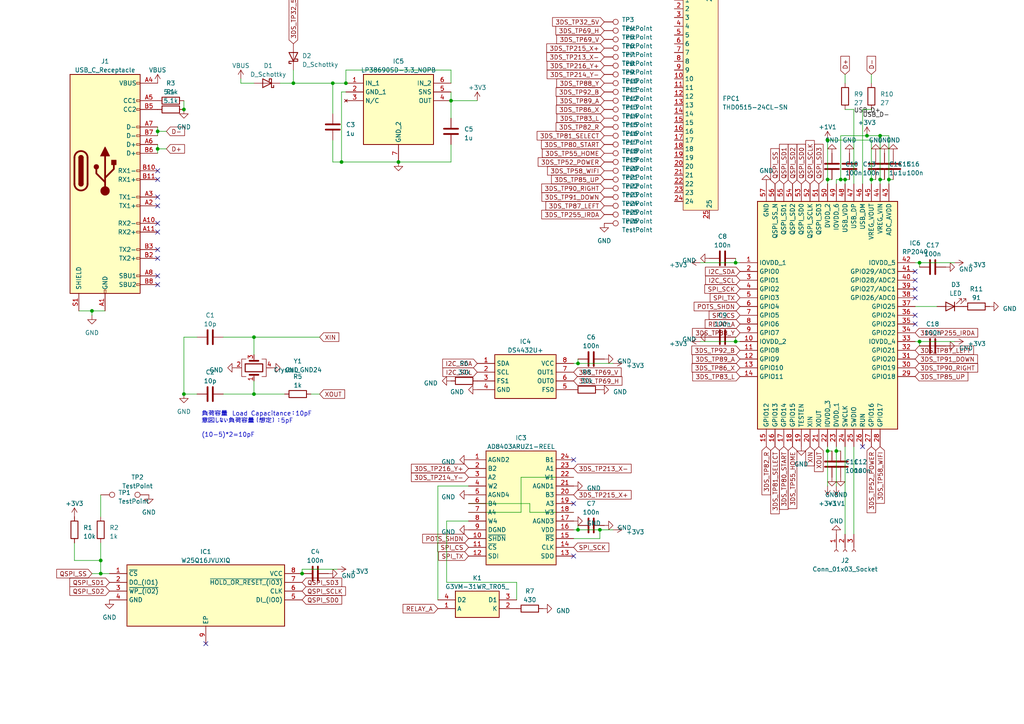
<source format=kicad_sch>
(kicad_sch (version 20230121) (generator eeschema)
  (paper "A4")
  (junction (at 115.57 46.99))
  (junction (at 96.52 24.13))
  (junction (at 99.06 46.99))
  (junction (at 242.57 130.81))
  (junction (at 255.27 52.07))
  (junction (at 130.81 29.21))
  (junction (at 252.73 52.07))
  (junction (at 53.34 31.75))
  (junction (at 29.21 166.37))
  (junction (at 251.46 39.37))
  (junction (at 240.03 52.07))
  (junction (at 73.66 97.79))
  (junction (at 100.33 24.13))
  (junction (at 45.72 38.1))
  (junction (at 85.09 24.13))
  (junction (at 213.36 99.06))
  (junction (at 73.66 114.3))
  (junction (at 173.99 153.67))
  (junction (at 266.7 76.2))
  (junction (at 240.03 40.64))
  (junction (at 26.67 90.17))
  (junction (at 167.64 105.41))
  (junction (at 213.36 76.2))
  (junction (at 29.21 162.56))
  (junction (at 255.27 39.37))
  (junction (at 240.03 130.81))
  (junction (at 167.64 153.67))
  (junction (at 87.63 166.37))
  (junction (at 245.11 52.07))
  (junction (at 266.7 99.06))
  (junction (at 257.81 52.07))
  (junction (at 243.84 52.07))
  (junction (at 45.72 43.18))
  (junction (at 53.34 114.3))
  (no_connect (at 45.72 52.07))
  (no_connect (at 265.43 83.82))
  (no_connect (at 45.72 49.53))
  (no_connect (at 265.43 86.36))
  (no_connect (at 45.72 57.15))
  (no_connect (at 45.72 72.39))
  (no_connect (at 45.72 59.69))
  (no_connect (at 166.37 146.05))
  (no_connect (at 265.43 81.28))
  (no_connect (at 45.72 82.55))
  (no_connect (at 45.72 64.77))
  (no_connect (at 265.43 91.44))
  (no_connect (at 265.43 93.98))
  (no_connect (at 59.69 186.69))
  (no_connect (at 166.37 161.29))
  (no_connect (at 45.72 67.31))
  (no_connect (at 166.37 133.35))
  (no_connect (at 45.72 80.01))
  (no_connect (at 250.19 129.54))
  (no_connect (at 45.72 74.93))
  (no_connect (at 265.43 78.74))
  (wire (pts (xy 166.37 105.41) (xy 167.64 105.41)))
  (wire (pts (xy 242.57 130.81) (xy 243.84 130.81)))
  (wire (pts (xy 135.89 140.97) (xy 127 140.97)))
  (wire (pts (xy 245.11 52.07) (xy 246.38 52.07)))
  (wire (pts (xy 149.86 168.91) (xy 149.86 173.99)))
  (wire (pts (xy 29.21 162.56) (xy 29.21 166.37)))
  (wire (pts (xy 245.11 129.54) (xy 245.11 154.94)))
  (wire (pts (xy 130.81 46.99) (xy 115.57 46.99)))
  (wire (pts (xy 245.11 21.59) (xy 245.11 24.13)))
  (wire (pts (xy 252.73 52.07) (xy 252.73 40.64)))
  (wire (pts (xy 73.66 97.79) (xy 92.71 97.79)))
  (wire (pts (xy 45.72 43.18) (xy 45.72 44.45)))
  (wire (pts (xy 257.81 53.34) (xy 257.81 52.07)))
  (wire (pts (xy 100.33 26.67) (xy 99.06 26.67)))
  (wire (pts (xy 64.77 114.3) (xy 73.66 114.3)))
  (wire (pts (xy 257.81 52.07) (xy 259.08 52.07)))
  (wire (pts (xy 85.09 24.13) (xy 96.52 24.13)))
  (wire (pts (xy 87.63 165.1) (xy 97.79 165.1)))
  (wire (pts (xy 48.26 38.1) (xy 45.72 38.1)))
  (wire (pts (xy 96.52 46.99) (xy 99.06 46.99)))
  (wire (pts (xy 64.77 97.79) (xy 73.66 97.79)))
  (wire (pts (xy 265.43 76.2) (xy 266.7 76.2)))
  (wire (pts (xy 48.26 43.18) (xy 45.72 43.18)))
  (wire (pts (xy 251.46 39.37) (xy 243.84 39.37)))
  (wire (pts (xy 265.43 88.9) (xy 271.78 88.9)))
  (wire (pts (xy 166.37 153.67) (xy 167.64 153.67)))
  (wire (pts (xy 45.72 36.83) (xy 45.72 38.1)))
  (wire (pts (xy 29.21 157.48) (xy 29.21 162.56)))
  (wire (pts (xy 22.86 90.17) (xy 26.67 90.17)))
  (wire (pts (xy 130.81 41.91) (xy 130.81 46.99)))
  (wire (pts (xy 26.67 90.17) (xy 30.48 90.17)))
  (wire (pts (xy 130.81 20.32) (xy 130.81 24.13)))
  (wire (pts (xy 166.37 138.43) (xy 151.13 138.43)))
  (wire (pts (xy 251.46 39.37) (xy 255.27 39.37)))
  (wire (pts (xy 153.67 146.05) (xy 153.67 148.59)))
  (wire (pts (xy 173.99 153.67) (xy 177.8 153.67)))
  (wire (pts (xy 245.11 52.07) (xy 245.11 53.34)))
  (wire (pts (xy 167.64 153.67) (xy 167.64 152.4)))
  (wire (pts (xy 129.54 168.91) (xy 149.86 168.91)))
  (wire (pts (xy 130.81 26.67) (xy 130.81 29.21)))
  (wire (pts (xy 257.81 39.37) (xy 257.81 52.07)))
  (wire (pts (xy 57.15 97.79) (xy 53.34 97.79)))
  (wire (pts (xy 255.27 39.37) (xy 257.81 39.37)))
  (wire (pts (xy 240.03 53.34) (xy 240.03 52.07)))
  (wire (pts (xy 53.34 114.3) (xy 57.15 114.3)))
  (wire (pts (xy 240.03 130.81) (xy 240.03 140.97)))
  (wire (pts (xy 177.8 105.41) (xy 167.64 105.41)))
  (wire (pts (xy 247.65 129.54) (xy 247.65 154.94)))
  (wire (pts (xy 252.73 21.59) (xy 252.73 24.13)))
  (wire (pts (xy 99.06 46.99) (xy 115.57 46.99)))
  (wire (pts (xy 167.64 105.41) (xy 167.64 104.14)))
  (wire (pts (xy 96.52 24.13) (xy 96.52 33.02)))
  (wire (pts (xy 213.36 76.2) (xy 214.63 76.2)))
  (wire (pts (xy 213.36 74.93) (xy 213.36 76.2)))
  (wire (pts (xy 243.84 39.37) (xy 243.84 52.07)))
  (wire (pts (xy 213.36 99.06) (xy 213.36 97.79)))
  (wire (pts (xy 29.21 143.51) (xy 29.21 149.86)))
  (wire (pts (xy 240.03 40.64) (xy 252.73 40.64)))
  (wire (pts (xy 45.72 41.91) (xy 45.72 43.18)))
  (wire (pts (xy 276.86 76.2) (xy 266.7 76.2)))
  (wire (pts (xy 29.21 166.37) (xy 31.75 166.37)))
  (wire (pts (xy 21.59 162.56) (xy 29.21 162.56)))
  (wire (pts (xy 100.33 24.13) (xy 100.33 20.32)))
  (wire (pts (xy 73.66 114.3) (xy 82.55 114.3)))
  (wire (pts (xy 26.67 166.37) (xy 29.21 166.37)))
  (wire (pts (xy 242.57 53.34) (xy 242.57 52.07)))
  (wire (pts (xy 203.2 76.2) (xy 213.36 76.2)))
  (wire (pts (xy 87.63 165.1) (xy 87.63 166.37)))
  (wire (pts (xy 173.99 156.21) (xy 173.99 153.67)))
  (wire (pts (xy 252.73 53.34) (xy 252.73 52.07)))
  (wire (pts (xy 53.34 29.21) (xy 53.34 31.75)))
  (wire (pts (xy 266.7 99.06) (xy 266.7 100.33)))
  (wire (pts (xy 21.59 157.48) (xy 21.59 162.56)))
  (wire (pts (xy 153.67 148.59) (xy 166.37 148.59)))
  (wire (pts (xy 240.03 52.07) (xy 241.3 52.07)))
  (wire (pts (xy 130.81 29.21) (xy 130.81 34.29)))
  (wire (pts (xy 240.03 40.64) (xy 240.03 52.07)))
  (wire (pts (xy 81.28 24.13) (xy 85.09 24.13)))
  (wire (pts (xy 242.57 52.07) (xy 243.84 52.07)))
  (wire (pts (xy 252.73 52.07) (xy 254 52.07)))
  (wire (pts (xy 26.67 91.44) (xy 26.67 90.17)))
  (wire (pts (xy 203.2 99.06) (xy 213.36 99.06)))
  (wire (pts (xy 255.27 39.37) (xy 255.27 52.07)))
  (wire (pts (xy 250.19 53.34) (xy 250.19 31.75)))
  (wire (pts (xy 245.11 31.75) (xy 247.65 31.75)))
  (wire (pts (xy 255.27 53.34) (xy 255.27 52.07)))
  (wire (pts (xy 276.86 99.06) (xy 266.7 99.06)))
  (wire (pts (xy 73.66 97.79) (xy 73.66 102.87)))
  (wire (pts (xy 69.85 24.13) (xy 73.66 24.13)))
  (wire (pts (xy 166.37 156.21) (xy 173.99 156.21)))
  (wire (pts (xy 85.09 20.32) (xy 85.09 24.13)))
  (wire (pts (xy 135.89 151.13) (xy 129.54 151.13)))
  (wire (pts (xy 53.34 97.79) (xy 53.34 114.3)))
  (wire (pts (xy 242.57 130.81) (xy 242.57 140.97)))
  (wire (pts (xy 242.57 130.81) (xy 242.57 129.54)))
  (wire (pts (xy 73.66 110.49) (xy 73.66 114.3)))
  (wire (pts (xy 167.64 153.67) (xy 173.99 153.67)))
  (wire (pts (xy 92.71 114.3) (xy 90.17 114.3)))
  (wire (pts (xy 266.7 76.2) (xy 266.7 77.47)))
  (wire (pts (xy 151.13 138.43) (xy 151.13 148.59)))
  (wire (pts (xy 214.63 99.06) (xy 213.36 99.06)))
  (wire (pts (xy 129.54 151.13) (xy 129.54 168.91)))
  (wire (pts (xy 151.13 148.59) (xy 135.89 148.59)))
  (wire (pts (xy 243.84 52.07) (xy 245.11 52.07)))
  (wire (pts (xy 255.27 52.07) (xy 256.54 52.07)))
  (wire (pts (xy 130.81 29.21) (xy 138.43 29.21)))
  (wire (pts (xy 265.43 99.06) (xy 266.7 99.06)))
  (wire (pts (xy 69.85 22.86) (xy 69.85 24.13)))
  (wire (pts (xy 240.03 130.81) (xy 241.3 130.81)))
  (wire (pts (xy 250.19 31.75) (xy 252.73 31.75)))
  (wire (pts (xy 247.65 31.75) (xy 247.65 53.34)))
  (wire (pts (xy 100.33 20.32) (xy 130.81 20.32)))
  (wire (pts (xy 45.72 38.1) (xy 45.72 39.37)))
  (wire (pts (xy 135.89 146.05) (xy 153.67 146.05)))
  (wire (pts (xy 240.03 129.54) (xy 240.03 130.81)))
  (wire (pts (xy 96.52 40.64) (xy 96.52 46.99)))
  (wire (pts (xy 127 140.97) (xy 127 173.99)))
  (wire (pts (xy 96.52 24.13) (xy 100.33 24.13)))
  (wire (pts (xy 99.06 26.67) (xy 99.06 46.99)))
  (text "負荷容量　Load Capacitance：10pF\n意図しない負荷容量（想定）：5pF\n\n(10-5)*2=10pF" (at 58.42 127 0) (effects (font (size 1.27 1.27)) (justify left bottom)))
  (label "USB_D-" (at 250.19 34.29 0))
  (label "USB_D+" (at 247.65 33.02 0))
  (global_label "3DS_TP215_X+" (shape input) (at 166.37 143.51 0) (property "Intersheetrefs" "${INTERSHEET_REFS}" (effects hide)))
  (global_label "QSPI_SD2" (shape input) (at 229.87 53.34 90) (property "Intersheetrefs" "${INTERSHEET_REFS}" (effects hide)))
  (global_label "I2C_SDA" (shape input) (at 214.63 78.74 180) (property "Intersheetrefs" "${INTERSHEET_REFS}" (effects hide)))
  (global_label "XIN" (shape input) (at 92.71 97.79 0) (property "Intersheetrefs" "${INTERSHEET_REFS}" (effects hide)))
  (global_label "3DS_TP90_RIGHT" (shape input) (at 265.43 106.68 0) (property "Intersheetrefs" "${INTERSHEET_REFS}" (effects hide)))
  (global_label "SPI_CS" (shape input) (at 214.63 91.44 180) (property "Intersheetrefs" "${INTERSHEET_REFS}" (effects hide)))
  (global_label "3DS_TP88_Y" (shape input) (at 175.26 24.13 180) (property "Intersheetrefs" "${INTERSHEET_REFS}" (effects hide)))
  (global_label "SPI_SCK" (shape input) (at 214.63 83.82 180) (property "Intersheetrefs" "${INTERSHEET_REFS}" (effects hide)))
  (global_label "3DS_TP216_Y+" (shape input) (at 175.26 19.05 180) (property "Intersheetrefs" "${INTERSHEET_REFS}" (effects hide)))
  (global_label "RELAY_A" (shape input) (at 127 176.53 180) (property "Intersheetrefs" "${INTERSHEET_REFS}" (effects hide)))
  (global_label "QSPI_SCLK" (shape input) (at 234.95 53.34 90) (property "Intersheetrefs" "${INTERSHEET_REFS}" (effects hide)))
  (global_label "3DS_TP82_R" (shape input) (at 175.26 36.83 180) (property "Intersheetrefs" "${INTERSHEET_REFS}" (effects hide)))
  (global_label "I2C_SCL" (shape input) (at 214.63 81.28 180) (property "Intersheetrefs" "${INTERSHEET_REFS}" (effects hide)))
  (global_label "POTS_SHDN" (shape input) (at 135.89 156.21 180) (property "Intersheetrefs" "${INTERSHEET_REFS}" (effects hide)))
  (global_label "QSPI_SD3" (shape input) (at 237.49 53.34 90) (property "Intersheetrefs" "${INTERSHEET_REFS}" (effects hide)))
  (global_label "XOUT" (shape input) (at 237.49 129.54 270) (property "Intersheetrefs" "${INTERSHEET_REFS}" (effects hide)))
  (global_label "3DS_TP83_L" (shape input) (at 214.63 109.22 180) (property "Intersheetrefs" "${INTERSHEET_REFS}" (effects hide)))
  (global_label "XIN" (shape input) (at 234.95 129.54 270) (property "Intersheetrefs" "${INTERSHEET_REFS}" (effects hide)))
  (global_label "QSPI_SD0" (shape input) (at 87.63 173.99 0) (property "Intersheetrefs" "${INTERSHEET_REFS}" (effects hide)))
  (global_label "3DS_TP81_SELECT" (shape input) (at 175.26 39.37 180) (property "Intersheetrefs" "${INTERSHEET_REFS}" (effects hide)))
  (global_label "3DS_TP52_POWER" (shape input) (at 175.26 46.99 180) (property "Intersheetrefs" "${INTERSHEET_REFS}" (effects hide)))
  (global_label "3DS_TP83_L" (shape input) (at 175.26 34.29 180) (property "Intersheetrefs" "${INTERSHEET_REFS}" (effects hide)))
  (global_label "3DS_TP82_R" (shape input) (at 222.25 129.54 270) (property "Intersheetrefs" "${INTERSHEET_REFS}" (effects hide)))
  (global_label "3DS_TP87_LEFT" (shape input) (at 265.43 101.6 0) (property "Intersheetrefs" "${INTERSHEET_REFS}" (effects hide)))
  (global_label "QSPI_SD0" (shape input) (at 232.41 53.34 90) (property "Intersheetrefs" "${INTERSHEET_REFS}" (effects hide)))
  (global_label "QSPI_SCLK" (shape input) (at 87.63 171.45 0) (property "Intersheetrefs" "${INTERSHEET_REFS}" (effects hide)))
  (global_label "D+" (shape input) (at 48.26 43.18 0) (property "Intersheetrefs" "${INTERSHEET_REFS}" (effects hide)))
  (global_label "3DS_TP86_X" (shape input) (at 175.26 31.75 180) (property "Intersheetrefs" "${INTERSHEET_REFS}" (effects hide)))
  (global_label "3DS_TP32_5V" (shape input) (at 85.09 12.7 90) (property "Intersheetrefs" "${INTERSHEET_REFS}" (effects hide)))
  (global_label "QSPI_SD1" (shape input) (at 31.75 168.91 180) (property "Intersheetrefs" "${INTERSHEET_REFS}" (effects hide)))
  (global_label "3DS_TP214_Y-" (shape input) (at 135.89 138.43 180) (property "Intersheetrefs" "${INTERSHEET_REFS}" (effects hide)))
  (global_label "3DS_TP91_DOWN" (shape input) (at 175.26 57.15 180) (property "Intersheetrefs" "${INTERSHEET_REFS}" (effects hide)))
  (global_label "D-" (shape input) (at 48.26 38.1 0) (property "Intersheetrefs" "${INTERSHEET_REFS}" (effects hide)))
  (global_label "QSPI_SD2" (shape input) (at 31.75 171.45 180) (property "Intersheetrefs" "${INTERSHEET_REFS}" (effects hide)))
  (global_label "3DS_TP81_SELECT" (shape input) (at 224.79 129.54 270) (property "Intersheetrefs" "${INTERSHEET_REFS}" (effects hide)))
  (global_label "3DS_TP215_X+" (shape input) (at 175.26 13.97 180) (property "Intersheetrefs" "${INTERSHEET_REFS}" (effects hide)))
  (global_label "QSPI_SS" (shape input) (at 26.67 166.37 180) (property "Intersheetrefs" "${INTERSHEET_REFS}" (effects hide)))
  (global_label "3DS_TP89_A" (shape input) (at 214.63 104.14 180) (property "Intersheetrefs" "${INTERSHEET_REFS}" (effects hide)))
  (global_label "3DS_TP58_WIFI" (shape input) (at 175.26 49.53 180) (property "Intersheetrefs" "${INTERSHEET_REFS}" (effects hide)))
  (global_label "3DS_TP214_Y-" (shape input) (at 175.26 21.59 180) (property "Intersheetrefs" "${INTERSHEET_REFS}" (effects hide)))
  (global_label "D+" (shape input) (at 245.11 21.59 90) (property "Intersheetrefs" "${INTERSHEET_REFS}" (effects hide)))
  (global_label "3DS_TP88_Y" (shape input) (at 214.63 96.52 180) (property "Intersheetrefs" "${INTERSHEET_REFS}" (effects hide)))
  (global_label "3DS_TP69_V" (shape input) (at 175.26 11.43 180) (property "Intersheetrefs" "${INTERSHEET_REFS}" (effects hide)))
  (global_label "POTS_SHDN" (shape input) (at 214.63 88.9 180) (property "Intersheetrefs" "${INTERSHEET_REFS}" (effects hide)))
  (global_label "3DS_TP92_B" (shape input) (at 175.26 26.67 180) (property "Intersheetrefs" "${INTERSHEET_REFS}" (effects hide)))
  (global_label "QSPI_SS" (shape input) (at 224.79 53.34 90) (property "Intersheetrefs" "${INTERSHEET_REFS}" (effects hide)))
  (global_label "3DS_TP255_IRDA" (shape input) (at 265.43 96.52 0) (property "Intersheetrefs" "${INTERSHEET_REFS}" (effects hide)))
  (global_label "QSPI_SD1" (shape input) (at 227.33 53.34 90) (property "Intersheetrefs" "${INTERSHEET_REFS}" (effects hide)))
  (global_label "I2C_SDA" (shape input) (at 138.43 105.41 180) (property "Intersheetrefs" "${INTERSHEET_REFS}" (effects hide)))
  (global_label "SPI_SCK" (shape input) (at 166.37 158.75 0) (property "Intersheetrefs" "${INTERSHEET_REFS}" (effects hide)))
  (global_label "QSPI_SD3" (shape input) (at 87.63 168.91 0) (property "Intersheetrefs" "${INTERSHEET_REFS}" (effects hide)))
  (global_label "3DS_TP69_H" (shape input) (at 175.26 8.89 180) (property "Intersheetrefs" "${INTERSHEET_REFS}" (effects hide)))
  (global_label "3DS_TP255_IRDA" (shape input) (at 175.26 62.23 180) (property "Intersheetrefs" "${INTERSHEET_REFS}" (effects hide)))
  (global_label "3DS_TP86_X" (shape input) (at 214.63 106.68 180) (property "Intersheetrefs" "${INTERSHEET_REFS}" (effects hide)))
  (global_label "3DS_TP89_A" (shape input) (at 175.26 29.21 180) (property "Intersheetrefs" "${INTERSHEET_REFS}" (effects hide)))
  (global_label "3DS_TP55_HOME" (shape input) (at 229.87 129.54 270) (property "Intersheetrefs" "${INTERSHEET_REFS}" (effects hide)))
  (global_label "I2C_SCL" (shape input) (at 138.43 107.95 180) (property "Intersheetrefs" "${INTERSHEET_REFS}" (effects hide)))
  (global_label "SPI_TX" (shape input) (at 214.63 86.36 180) (property "Intersheetrefs" "${INTERSHEET_REFS}" (effects hide)))
  (global_label "3DS_TP85_UP" (shape input) (at 175.26 52.07 180) (property "Intersheetrefs" "${INTERSHEET_REFS}" (effects hide)))
  (global_label "3DS_TP69_V" (shape input) (at 166.37 107.95 0) (property "Intersheetrefs" "${INTERSHEET_REFS}" (effects hide)))
  (global_label "3DS_TP92_B" (shape input) (at 214.63 101.6 180) (property "Intersheetrefs" "${INTERSHEET_REFS}" (effects hide)))
  (global_label "3DS_TP90_RIGHT" (shape input) (at 175.26 54.61 180) (property "Intersheetrefs" "${INTERSHEET_REFS}" (effects hide)))
  (global_label "3DS_TP85_UP" (shape input) (at 265.43 109.22 0) (property "Intersheetrefs" "${INTERSHEET_REFS}" (effects hide)))
  (global_label "XOUT" (shape input) (at 92.71 114.3 0) (property "Intersheetrefs" "${INTERSHEET_REFS}" (effects hide)))
  (global_label "3DS_TP80_START" (shape input) (at 175.26 41.91 180) (property "Intersheetrefs" "${INTERSHEET_REFS}" (effects hide)))
  (global_label "3DS_TP87_LEFT" (shape input) (at 175.26 59.69 180) (property "Intersheetrefs" "${INTERSHEET_REFS}" (effects hide)))
  (global_label "3DS_TP52_POWER" (shape input) (at 252.73 129.54 270) (property "Intersheetrefs" "${INTERSHEET_REFS}" (effects hide)))
  (global_label "SPI_CS" (shape input) (at 135.89 158.75 180) (property "Intersheetrefs" "${INTERSHEET_REFS}" (effects hide)))
  (global_label "3DS_TP216_Y+" (shape input) (at 135.89 135.89 180) (property "Intersheetrefs" "${INTERSHEET_REFS}" (effects hide)))
  (global_label "D-" (shape input) (at 252.73 21.59 90) (property "Intersheetrefs" "${INTERSHEET_REFS}" (effects hide)))
  (global_label "3DS_TP213_X-" (shape input) (at 166.37 135.89 0) (property "Intersheetrefs" "${INTERSHEET_REFS}" (effects hide)))
  (global_label "SPI_TX" (shape input) (at 135.89 161.29 180) (property "Intersheetrefs" "${INTERSHEET_REFS}" (effects hide)))
  (global_label "3DS_TP32_5V" (shape input) (at 175.26 6.35 180) (property "Intersheetrefs" "${INTERSHEET_REFS}" (effects hide)))
  (global_label "3DS_TP55_HOME" (shape input) (at 175.26 44.45 180) (property "Intersheetrefs" "${INTERSHEET_REFS}" (effects hide)))
  (global_label "3DS_TP58_WIFI" (shape input) (at 255.27 129.54 270) (property "Intersheetrefs" "${INTERSHEET_REFS}" (effects hide)))
  (global_label "RELAY_A" (shape input) (at 214.63 93.98 180) (property "Intersheetrefs" "${INTERSHEET_REFS}" (effects hide)))
  (global_label "3DS_TP69_H" (shape input) (at 166.37 110.49 0) (property "Intersheetrefs" "${INTERSHEET_REFS}" (effects hide)))
  (global_label "3DS_TP80_START" (shape input) (at 227.33 129.54 270) (property "Intersheetrefs" "${INTERSHEET_REFS}" (effects hide)))
  (global_label "3DS_TP213_X-" (shape input) (at 175.26 16.51 180) (property "Intersheetrefs" "${INTERSHEET_REFS}" (effects hide)))
  (global_label "3DS_TP91_DOWN" (shape input) (at 265.43 104.14 0) (property "Intersheetrefs" "${INTERSHEET_REFS}" (effects hide)))
  (symbol (lib_id "power:+3V3") (at 203.2 76.2 90) (unit 1)
    (property "Reference" "#PWR031" (effects hide))
    (property "Value" "+3V3" (at 199.39 76.835 90) (effects (justify left)))
  )
  (symbol (lib_id "Device:R") (at 170.18 113.03 90) (unit 1)
    (property "Reference" "R8" (at 170.18 107.95 90))
    (property "Value" "30k" (at 170.18 110.49 90))
    (property "Footprint" "Resistor_SMD:R_0402_1005Metric" (effects hide))
    (property "LCSC" "C144716" (effects hide))
  )
  (symbol (lib_id "Device:C") (at 246.38 48.26 0) (unit 1)
    (property "Reference" "C13" (at 250.19 47.625 0) (effects (justify left)))
    (property "Value" "100n" (at 250.19 50.165 0) (effects (justify left)))
    (property "Footprint" "Capacitor_SMD:C_0402_1005Metric" (effects hide))
    (property "LCSC" "C394158" (effects hide))
  )
  (symbol (lib_id "Connector:TestPoint") (at 29.21 143.51 270) (unit 1)
    (property "Reference" "TP1" (at 34.29 142.875 90) (effects (justify left)))
    (property "Value" "TestPoint" (at 34.29 145.415 90) (effects (justify left)))
    (property "Footprint" "TestPoint:TestPoint_Pad_1.0x1.0mm" (effects hide))
  )
  (symbol (lib_id "power:GND") (at 175.26 64.77 0) (unit 1)
    (property "Reference" "#PWR025" (effects hide))
    (property "Value" "GND" (at 175.26 69.85 0))
  )
  (symbol (lib_id "power:GND") (at 205.74 97.79 270) (unit 1)
    (property "Reference" "#PWR034" (effects hide))
    (property "Value" "GND" (at 201.93 98.425 90) (effects (justify right)))
  )
  (symbol (lib_id "power:+3V3") (at 251.46 39.37 0) (unit 1)
    (property "Reference" "#PWR044" (effects hide))
    (property "Value" "+3V3" (at 251.46 35.56 0))
  )
  (symbol (lib_id "power:GND") (at 53.34 31.75 0) (unit 1)
    (property "Reference" "#PWR06" (effects hide))
    (property "Value" "GND" (at 53.34 36.83 0))
  )
  (symbol (lib_id "Device:R") (at 245.11 27.94 180) (unit 1)
    (property "Reference" "R9" (at 247.65 27.305 0) (effects (justify right)))
    (property "Value" "27" (at 247.65 29.845 0) (effects (justify right)))
    (property "Footprint" "Resistor_SMD:R_0402_1005Metric" (effects hide))
    (property "LCSC" "C102938" (effects hide))
  )
  (symbol (lib_id "Device:C") (at 96.52 36.83 0) (unit 1)
    (property "Reference" "C3" (at 100.33 36.195 0) (effects (justify left)))
    (property "Value" "1u" (at 100.33 38.735 0) (effects (justify left)))
    (property "Footprint" "Capacitor_SMD:C_0402_1005Metric" (effects hide))
    (property "LCSC" "C412453" (effects hide))
  )
  (symbol (lib_id "power:GND") (at 138.43 113.03 270) (unit 1)
    (property "Reference" "#PWR020" (effects hide))
    (property "Value" "GND" (at 134.62 113.665 90) (effects (justify right)))
  )
  (symbol (lib_id "power:GND") (at 68.58 106.68 270) (unit 1)
    (property "Reference" "#PWR09" (effects hide))
    (property "Value" "GND" (at 64.77 107.315 90) (effects (justify right)))
  )
  (symbol (lib_id "Device:R") (at 49.53 31.75 90) (unit 1)
    (property "Reference" "R4" (at 49.53 26.67 90))
    (property "Value" "5.1k" (at 49.53 29.21 90))
    (property "Footprint" "Resistor_SMD:R_0402_1005Metric" (effects hide))
    (property "LCSC" "C138073" (effects hide))
  )
  (symbol (lib_id "Device:C") (at 259.08 48.26 0) (unit 1)
    (property "Reference" "C16" (at 262.89 47.625 0) (effects (justify left)))
    (property "Value" "100n" (at 262.89 50.165 0) (effects (justify left)))
    (property "Footprint" "Capacitor_SMD:C_0402_1005Metric" (effects hide))
    (property "LCSC" "C394158" (effects hide))
  )
  (symbol (lib_id "Connector:TestPoint") (at 175.26 26.67 270) (unit 1)
    (property "Reference" "TP11" (at 180.34 26.035 90) (effects (justify left)))
    (property "Value" "TestPoint" (at 180.34 28.575 90) (effects (justify left)))
    (property "Footprint" "TestPoint:TestPoint_Pad_D1.0mm" (effects hide))
  )
  (symbol (lib_id "power:+3V3") (at 177.8 153.67 270) (unit 1)
    (property "Reference" "#PWR030" (effects hide))
    (property "Value" "+3V3" (at 181.61 154.305 90) (effects (justify left)))
  )
  (symbol (lib_id "Device:R") (at 86.36 114.3 270) (unit 1)
    (property "Reference" "R5" (at 86.36 109.22 90))
    (property "Value" "1k" (at 86.36 111.76 90))
    (property "Footprint" "Resistor_SMD:R_0402_1005Metric" (effects hide))
    (property "LCSC" "C705665" (effects hide))
  )
  (symbol (lib_id "THD0515-24CL-SN:THD0515-24CL-SN") (at 200.66 30.48 0) (unit 1)
    (property "Reference" "FPC1" (at 209.55 28.575 0) (effects (justify left)))
    (property "Value" "THD0515-24CL-SN" (at 209.55 31.115 0) (effects (justify left)))
    (property "Footprint" "THD0515-24CL-SN:FPC-SMD_24P-P0.50_THD0515-24CL-SN" (effects hide))
    (property "Datasheet" "https://lcsc.com/product-detail/FFC-FPC-Flat-Flexible-Connectors_THD-THD0515-24CL-SN_C283150.html" (effects hide))
    (property "LCSC Part" "C283150" (effects hide))
  )
  (symbol (lib_id "Connector:TestPoint") (at 175.26 36.83 270) (unit 1)
    (property "Reference" "TP15" (at 180.34 36.195 90) (effects (justify left)))
    (property "Value" "TestPoint" (at 180.34 38.735 90) (effects (justify left)))
    (property "Footprint" "TestPoint:TestPoint_Pad_D1.0mm" (effects hide))
  )
  (symbol (lib_id "Connector:TestPoint") (at 175.26 6.35 270) (unit 1)
    (property "Reference" "TP3" (at 180.34 5.715 90) (effects (justify left)))
    (property "Value" "TestPoint" (at 180.34 8.255 90) (effects (justify left)))
    (property "Footprint" "TestPoint:TestPoint_Pad_D1.0mm" (effects hide))
  )
  (symbol (lib_id "power:GND") (at 222.25 53.34 180) (unit 1)
    (property "Reference" "#PWR035" (effects hide))
    (property "Value" "GND" (at 222.25 49.53 0))
  )
  (symbol (lib_id "power:GND") (at 43.18 143.51 0) (unit 1)
    (property "Reference" "#PWR04" (effects hide))
    (property "Value" "GND" (at 43.18 148.59 0))
  )
  (symbol (lib_id "Connector:TestPoint") (at 175.26 59.69 270) (unit 1)
    (property "Reference" "TP24" (at 180.34 59.055 90) (effects (justify left)))
    (property "Value" "TestPoint" (at 180.34 61.595 90) (effects (justify left)))
    (property "Footprint" "TestPoint:TestPoint_Pad_D1.0mm" (effects hide))
  )
  (symbol (lib_id "LP38690SD-3_3_NOPB:LP38690SD-3.3_NOPB") (at 100.33 24.13 0) (unit 1)
    (property "Reference" "IC5" (at 115.57 17.78 0))
    (property "Value" "LP38690SD-3.3_NOPB" (at 115.57 20.32 0))
    (property "Footprint" "LP38690SD-3.3_NOPB:SON95P300X300X80-7N" (effects hide))
    (property "Datasheet" "http://www.ti.com/lit/gpn/lp38690" (effects hide))
    (property "Height" "0.8" (effects hide))
    (property "Manufacturer_Name" "Texas Instruments" (effects hide))
    (property "Manufacturer_Part_Number" "LP38690SD-3.3/NOPB" (effects hide))
    (property "Mouser Part Number" "926-LP38690SD33NOPB" (effects hide))
    (property "Mouser Price/Stock" "https://www.mouser.co.uk/ProductDetail/Texas-Instruments/LP38690SD-3.3-NOPB?qs=1FNqv8aZn1Rwc5i1Hgfrsw%3D%3D" (effects hide))
    (property "Arrow Part Number" "LP38690SD-3.3/NOPB" (effects hide))
    (property "Arrow Price/Stock" "https://www.arrow.com/en/products/lp38690sd-3.3nopb/texas-instruments?region=nac" (effects hide))
    (property "LCSC" "C130003" (effects hide))
  )
  (symbol (lib_id "power:GND") (at 256.54 44.45 180) (unit 1)
    (property "Reference" "#PWR046" (effects hide))
    (property "Value" "GND" (at 256.54 40.64 0))
  )
  (symbol (lib_id "Connector:TestPoint") (at 175.26 19.05 270) (unit 1)
    (property "Reference" "TP8" (at 180.34 18.415 90) (effects (justify left)))
    (property "Value" "TestPoint" (at 180.34 20.955 90) (effects (justify left)))
    (property "Footprint" "TestPoint:TestPoint_Pad_D1.0mm" (effects hide))
  )
  (symbol (lib_id "power:GND") (at 135.89 153.67 270) (unit 1)
    (property "Reference" "#PWR019" (effects hide))
    (property "Value" "GND" (at 132.08 154.305 90) (effects (justify right)))
  )
  (symbol (lib_id "Device:C") (at 243.84 134.62 0) (unit 1)
    (property "Reference" "C12" (at 247.65 133.985 0) (effects (justify left)))
    (property "Value" "100n" (at 247.65 136.525 0) (effects (justify left)))
    (property "Footprint" "Capacitor_SMD:C_0402_1005Metric" (effects hide))
    (property "LCSC" "C394158" (effects hide))
  )
  (symbol (lib_id "power:GND") (at 31.75 173.99 0) (unit 1)
    (property "Reference" "#PWR02" (effects hide))
    (property "Value" "GND" (at 31.75 179.07 0))
  )
  (symbol (lib_id "Connector:TestPoint") (at 175.26 21.59 270) (unit 1)
    (property "Reference" "TP9" (at 180.34 20.955 90) (effects (justify left)))
    (property "Value" "TestPoint" (at 180.34 23.495 90) (effects (justify left)))
    (property "Footprint" "TestPoint:TestPoint_Pad_D1.0mm" (effects hide))
  )
  (symbol (lib_id "power:GND") (at 232.41 129.54 0) (unit 1)
    (property "Reference" "#PWR036" (effects hide))
    (property "Value" "GND" (at 232.41 134.62 0))
  )
  (symbol (lib_id "Connector:Conn_01x03_Socket") (at 245.11 160.02 90) (mirror x) (unit 1)
    (property "Reference" "J2" (at 245.11 162.56 90))
    (property "Value" "Conn_01x03_Socket" (at 245.11 165.1 90))
    (property "Footprint" "Connector_PinSocket_2.54mm:PinSocket_1x03_P2.54mm_Vertical" (effects hide))
  )
  (symbol (lib_id "power:GND") (at 175.26 104.14 90) (unit 1)
    (property "Reference" "#PWR027" (effects hide))
    (property "Value" "GND" (at 179.07 104.775 90) (effects (justify right)))
  )
  (symbol (lib_id "Device:C") (at 209.55 97.79 90) (unit 1)
    (property "Reference" "C9" (at 209.55 91.44 90))
    (property "Value" "100n" (at 209.55 93.98 90))
    (property "Footprint" "Capacitor_SMD:C_0402_1005Metric" (effects hide))
    (property "LCSC" "C394158" (effects hide))
  )
  (symbol (lib_id "Device:R") (at 29.21 153.67 0) (unit 1)
    (property "Reference" "R2" (at 31.75 153.035 0) (effects (justify left)))
    (property "Value" "1k" (at 31.75 155.575 0) (effects (justify left)))
    (property "Footprint" "Resistor_SMD:R_0402_1005Metric" (effects hide))
    (property "LCSC" "C705665" (effects hide))
  )
  (symbol (lib_id "Connector:TestPoint") (at 175.26 31.75 270) (unit 1)
    (property "Reference" "TP13" (at 180.34 31.115 90) (effects (justify left)))
    (property "Value" "TestPoint" (at 180.34 33.655 90) (effects (justify left)))
    (property "Footprint" "TestPoint:TestPoint_Pad_D1.0mm" (effects hide))
  )
  (symbol (lib_id "power:+3V3") (at 203.2 99.06 90) (unit 1)
    (property "Reference" "#PWR032" (effects hide))
    (property "Value" "+3V3" (at 199.39 99.695 90) (effects (justify left)))
  )
  (symbol (lib_id "Device:C") (at 209.55 74.93 270) (unit 1)
    (property "Reference" "C8" (at 209.55 68.58 90))
    (property "Value" "100n" (at 209.55 71.12 90))
    (property "Footprint" "Capacitor_SMD:C_0402_1005Metric" (effects hide))
    (property "LCSC" "C394158" (effects hide))
  )
  (symbol (lib_id "Connector:TestPoint") (at 175.26 13.97 270) (unit 1)
    (property "Reference" "TP6" (at 180.34 13.335 90) (effects (justify left)))
    (property "Value" "TestPoint" (at 180.34 15.875 90) (effects (justify left)))
    (property "Footprint" "TestPoint:TestPoint_Pad_D1.0mm" (effects hide))
  )
  (symbol (lib_id "power:GND") (at 243.84 138.43 0) (unit 1)
    (property "Reference" "#PWR042" (effects hide))
    (property "Value" "GND" (at 243.84 143.51 0))
  )
  (symbol (lib_id "power:+3V3") (at 97.79 165.1 270) (unit 1)
    (property "Reference" "#PWR013" (effects hide))
    (property "Value" "+3V3" (at 101.6 165.735 90) (effects (justify left)))
  )
  (symbol (lib_id "power:GND") (at 259.08 44.45 180) (unit 1)
    (property "Reference" "#PWR047" (effects hide))
    (property "Value" "GND" (at 259.08 40.64 0))
  )
  (symbol (lib_id "Device:C") (at 270.51 77.47 90) (unit 1)
    (property "Reference" "C17" (at 270.51 71.12 90))
    (property "Value" "100n" (at 270.51 73.66 90))
    (property "Footprint" "Capacitor_SMD:C_0402_1005Metric" (effects hide))
    (property "LCSC" "C394158" (effects hide))
  )
  (symbol (lib_id "power:VBUS") (at 69.85 22.86 0) (unit 1)
    (property "Reference" "#PWR07" (effects hide))
    (property "Value" "VBUS" (at 69.85 19.05 0))
  )
  (symbol (lib_id "power:GND") (at 135.89 143.51 270) (unit 1)
    (property "Reference" "#PWR018" (effects hide))
    (property "Value" "GND" (at 132.08 144.145 90) (effects (justify right)))
  )
  (symbol (lib_id "power:GND") (at 205.74 74.93 270) (unit 1)
    (property "Reference" "#PWR033" (effects hide))
    (property "Value" "GND" (at 201.93 75.565 90) (effects (justify right)))
  )
  (symbol (lib_id "Connector:TestPoint") (at 175.26 41.91 270) (unit 1)
    (property "Reference" "TP17" (at 180.34 41.275 90) (effects (justify left)))
    (property "Value" "TestPoint" (at 180.34 43.815 90) (effects (justify left)))
    (property "Footprint" "TestPoint:TestPoint_Pad_D1.0mm" (effects hide))
  )
  (symbol (lib_id "Device:C") (at 130.81 38.1 0) (unit 1)
    (property "Reference" "C5" (at 134.62 37.465 0) (effects (justify left)))
    (property "Value" "1u" (at 134.62 40.005 0) (effects (justify left)))
    (property "Footprint" "Capacitor_SMD:C_0402_1005Metric" (effects hide))
    (property "LCSC" "C412453" (effects hide))
  )
  (symbol (lib_id "power:+3V3") (at 21.59 149.86 0) (unit 1)
    (property "Reference" "#PWR01" (effects hide))
    (property "Value" "+3V3" (at 21.59 146.05 0))
  )
  (symbol (lib_id "Device:C") (at 270.51 100.33 90) (unit 1)
    (property "Reference" "C18" (at 270.51 93.98 90))
    (property "Value" "100n" (at 270.51 96.52 90))
    (property "Footprint" "Capacitor_SMD:C_0402_1005Metric" (effects hide))
    (property "LCSC" "C394158" (effects hide))
  )
  (symbol (lib_id "Connector:TestPoint") (at 175.26 29.21 270) (unit 1)
    (property "Reference" "TP12" (at 180.34 28.575 90) (effects (justify left)))
    (property "Value" "TestPoint" (at 180.34 31.115 90) (effects (justify left)))
    (property "Footprint" "TestPoint:TestPoint_Pad_D1.0mm" (effects hide))
  )
  (symbol (lib_id "Device:R") (at 49.53 29.21 90) (unit 1)
    (property "Reference" "R3" (at 49.53 24.13 90))
    (property "Value" "5.1k" (at 49.53 26.67 90))
    (property "Footprint" "Resistor_SMD:R_0402_1005Metric" (effects hide))
    (property "LCSC" "C138073" (effects hide))
  )
  (symbol (lib_id "Connector:TestPoint") (at 175.26 39.37 270) (unit 1)
    (property "Reference" "TP16" (at 180.34 38.735 90) (effects (justify left)))
    (property "Value" "TestPoint" (at 180.34 41.275 90) (effects (justify left)))
    (property "Footprint" "TestPoint:TestPoint_Pad_D1.0mm" (effects hide))
  )
  (symbol (lib_id "RP2040:RP2040") (at 214.63 76.2 0) (unit 1)
    (property "Reference" "IC6" (at 265.43 70.5103 0))
    (property "Value" "RP2040" (at 265.43 73.0503 0))
    (property "Footprint" "RP2040:QFN40P700X700X90-57N-D" (effects hide))
    (property "Datasheet" "https://datasheets.raspberrypi.org/rp2040/rp2040-datasheet.pdf" (effects hide))
    (property "Height" "0.9" (effects hide))
    (property "Manufacturer_Name" "RASPBERRY-PI" (effects hide))
    (property "Manufacturer_Part_Number" "RP2040" (effects hide))
  )
  (symbol (lib_id "Connector:TestPoint") (at 175.26 54.61 270) (unit 1)
    (property "Reference" "TP22" (at 180.34 53.975 90) (effects (justify left)))
    (property "Value" "TestPoint" (at 180.34 56.515 90) (effects (justify left)))
    (property "Footprint" "TestPoint:TestPoint_Pad_D1.0mm" (effects hide))
  )
  (symbol (lib_id "Device:C") (at 171.45 104.14 90) (unit 1)
    (property "Reference" "C6" (at 171.45 97.79 90))
    (property "Value" "100n" (at 171.45 100.33 90))
    (property "Footprint" "Capacitor_SMD:C_0402_1005Metric" (effects hide))
    (property "LCSC" "C394158" (effects hide))
  )
  (symbol (lib_id "Device:C") (at 91.44 166.37 90) (unit 1)
    (property "Reference" "C4" (at 91.44 160.02 90))
    (property "Value" "100n" (at 91.44 162.56 90))
    (property "Footprint" "Capacitor_SMD:C_0402_1005Metric" (effects hide))
    (property "LCSC" "C394158" (effects hide))
  )
  (symbol (lib_id "W25Q16JVUXIQ:W25Q16JVUXIQ") (at 31.75 166.37 0) (unit 1)
    (property "Reference" "IC1" (at 59.69 160.02 0))
    (property "Value" "W25Q16JVUXIQ" (at 59.69 162.56 0))
    (property "Footprint" "W25Q16JVUXIQ:SON50P300X200X60-9N" (effects hide))
    (property "Datasheet" "https://www.winbond.com/hq/search-resource-file.jsp?partNo=W25Q16JVUXIQ&type=datasheet" (effects hide))
    (property "Height" "0.6" (effects hide))
    (property "Manufacturer_Name" "Winbond" (effects hide))
    (property "Manufacturer_Part_Number" "W25Q16JVUXIQ" (effects hide))
  )
  (symbol (lib_id "Connector:TestPoint") (at 175.26 24.13 270) (unit 1)
    (property "Reference" "TP10" (at 180.34 23.495 90) (effects (justify left)))
    (property "Value" "TestPoint" (at 180.34 26.035 90) (effects (justify left)))
    (property "Footprint" "TestPoint:TestPoint_Pad_D1.0mm" (effects hide))
  )
  (symbol (lib_id "Connector:TestPoint") (at 175.26 44.45 270) (unit 1)
    (property "Reference" "TP18" (at 180.34 43.815 90) (effects (justify left)))
    (property "Value" "TestPoint" (at 180.34 46.355 90) (effects (justify left)))
    (property "Footprint" "TestPoint:TestPoint_Pad_D1.0mm" (effects hide))
  )
  (symbol (lib_id "power:GND") (at 95.25 166.37 90) (unit 1)
    (property "Reference" "#PWR012" (effects hide))
    (property "Value" "GND" (at 99.06 167.005 90) (effects (justify right)))
  )
  (symbol (lib_id "Connector:TestPoint") (at 175.26 62.23 270) (unit 1)
    (property "Reference" "TP25" (at 180.34 61.595 90) (effects (justify left)))
    (property "Value" "TestPoint" (at 180.34 64.135 90) (effects (justify left)))
    (property "Footprint" "TestPoint:TestPoint_Pad_D1.0mm" (effects hide))
  )
  (symbol (lib_id "Connector:TestPoint") (at 175.26 57.15 270) (unit 1)
    (property "Reference" "TP23" (at 180.34 56.515 90) (effects (justify left)))
    (property "Value" "TestPoint" (at 180.34 59.055 90) (effects (justify left)))
    (property "Footprint" "TestPoint:TestPoint_Pad_D1.0mm" (effects hide))
  )
  (symbol (lib_id "power:GND") (at 246.38 44.45 180) (unit 1)
    (property "Reference" "#PWR043" (effects hide))
    (property "Value" "GND" (at 246.38 40.64 0))
  )
  (symbol (lib_id "Device:D_Schottky") (at 77.47 24.13 180) (unit 1)
    (property "Reference" "D1" (at 77.7875 19.05 0))
    (property "Value" "D_Schottky" (at 77.7875 21.59 0))
    (property "Footprint" "Diode_SMD:D_SOD-523" (effects hide))
    (property "LCSC" "C2971749" (effects hide))
  )
  (symbol (lib_id "Device:C") (at 171.45 152.4 90) (unit 1)
    (property "Reference" "C7" (at 171.45 146.05 90))
    (property "Value" "100n" (at 171.45 148.59 90))
    (property "Footprint" "Capacitor_SMD:C_0402_1005Metric" (effects hide))
    (property "LCSC" "C394158" (effects hide))
  )
  (symbol (lib_id "Device:C") (at 241.3 134.62 0) (unit 1)
    (property "Reference" "C11" (at 245.11 133.985 0) (effects (justify left)))
    (property "Value" "100n" (at 245.11 136.525 0) (effects (justify left)))
    (property "Footprint" "Capacitor_SMD:C_0402_1005Metric" (effects hide))
    (property "LCSC" "C394158" (effects hide))
  )
  (symbol (lib_id "power:GND") (at 173.99 113.03 90) (unit 1)
    (property "Reference" "#PWR026" (effects hide))
    (property "Value" "GND" (at 177.8 113.665 90) (effects (justify right)))
  )
  (symbol (lib_id "power:GND") (at 175.26 152.4 90) (unit 1)
    (property "Reference" "#PWR028" (effects hide))
    (property "Value" "GND" (at 179.07 153.035 90) (effects (justify right)))
  )
  (symbol (lib_id "Device:C") (at 60.96 114.3 270) (unit 1)
    (property "Reference" "C2" (at 60.96 107.95 90))
    (property "Value" "10p" (at 60.96 110.49 90))
    (property "Footprint" "Capacitor_SMD:C_0402_1005Metric" (effects hide))
    (property "LCSC" "C161495" (effects hide))
  )
  (symbol (lib_id "Connector:USB_C_Receptacle") (at 30.48 49.53 0) (unit 1)
    (property "Reference" "J1" (at 30.48 17.78 0))
    (property "Value" "USB_C_Receptacle" (at 30.48 20.32 0))
    (property "Footprint" "Connector_USB:USB_C_Receptacle_HRO_TYPE-C-31-M-12" (effects hide))
    (property "Datasheet" "https://www.usb.org/sites/default/files/documents/usb_type-c.zip" (effects hide))
    (property "LCSC" "C165948" (effects hide))
  )
  (symbol (lib_id "Device:R") (at 153.67 176.53 90) (unit 1)
    (property "Reference" "R7" (at 153.67 171.45 90))
    (property "Value" "430" (at 153.67 173.99 90))
    (property "Footprint" "Resistor_SMD:R_0402_1005Metric" (effects hide))
    (property "LCSC" "C163462" (effects hide))
  )
  (symbol (lib_id "power:GND") (at 274.32 100.33 90) (unit 1)
    (property "Reference" "#PWR049" (effects hide))
    (property "Value" "GND" (at 278.13 100.965 90) (effects (justify right)))
  )
  (symbol (lib_id "power:GND") (at 287.02 88.9 90) (unit 1)
    (property "Reference" "#PWR010" (effects hide))
    (property "Value" "GND" (at 290.83 89.535 90) (effects (justify right)))
  )
  (symbol (lib_id "power:GND") (at 78.74 106.68 90) (unit 1)
    (property "Reference" "#PWR014" (effects hide))
    (property "Value" "GND" (at 82.55 107.315 90) (effects (justify right)))
  )
  (symbol (lib_id "Connector:TestPoint") (at 175.26 34.29 270) (unit 1)
    (property "Reference" "TP14" (at 180.34 33.655 90) (effects (justify left)))
    (property "Value" "TestPoint" (at 180.34 36.195 90) (effects (justify left)))
    (property "Footprint" "TestPoint:TestPoint_Pad_D1.0mm" (effects hide))
  )
  (symbol (lib_id "Connector:TestPoint") (at 175.26 49.53 270) (unit 1)
    (property "Reference" "TP20" (at 180.34 48.895 90) (effects (justify left)))
    (property "Value" "TestPoint" (at 180.34 51.435 90) (effects (justify left)))
    (property "Footprint" "TestPoint:TestPoint_Pad_D1.0mm" (effects hide))
  )
  (symbol (lib_id "Connector:TestPoint") (at 175.26 8.89 270) (unit 1)
    (property "Reference" "TP4" (at 180.34 8.255 90) (effects (justify left)))
    (property "Value" "TestPoint" (at 180.34 10.795 90) (effects (justify left)))
    (property "Footprint" "TestPoint:TestPoint_Pad_D1.0mm" (effects hide))
  )
  (symbol (lib_id "Device:C") (at 254 48.26 0) (unit 1)
    (property "Reference" "C14" (at 257.81 47.625 0) (effects (justify left)))
    (property "Value" "1u" (at 257.81 50.165 0) (effects (justify left)))
    (property "Footprint" "Capacitor_SMD:C_0402_1005Metric" (effects hide))
    (property "LCSC" "C412453" (effects hide))
  )
  (symbol (lib_id "power:GND") (at 53.34 114.3 0) (unit 1)
    (property "Reference" "#PWR08" (effects hide))
    (property "Value" "GND" (at 53.34 119.38 0))
  )
  (symbol (lib_id "power:GND") (at 166.37 140.97 90) (unit 1)
    (property "Reference" "#PWR023" (effects hide))
    (property "Value" "GND" (at 170.18 141.605 90) (effects (justify right)))
  )
  (symbol (lib_id "Device:R") (at 252.73 27.94 180) (unit 1)
    (property "Reference" "R10" (at 255.27 27.305 0) (effects (justify right)))
    (property "Value" "27" (at 255.27 29.845 0) (effects (justify right)))
    (property "Footprint" "Resistor_SMD:R_0402_1005Metric" (effects hide))
    (property "LCSC" "C102938" (effects hide))
  )
  (symbol (lib_id "power:+3V3") (at 177.8 105.41 270) (unit 1)
    (property "Reference" "#PWR029" (effects hide))
    (property "Value" "+3V3" (at 181.61 106.045 90) (effects (justify left)))
  )
  (symbol (lib_id "Device:C") (at 60.96 97.79 270) (unit 1)
    (property "Reference" "C1" (at 60.96 91.44 90))
    (property "Value" "10p" (at 60.96 93.98 90))
    (property "Footprint" "Capacitor_SMD:C_0402_1005Metric" (effects hide))
    (property "LCSC" "C161495" (effects hide))
  )
  (symbol (lib_id "Device:R") (at 134.62 110.49 90) (unit 1)
    (property "Reference" "R6" (at 134.62 105.41 90))
    (property "Value" "30k" (at 134.62 107.95 90))
    (property "Footprint" "Resistor_SMD:R_0402_1005Metric" (effects hide))
    (property "LCSC" "C144716" (effects hide))
  )
  (symbol (lib_id "power:GND") (at 166.37 151.13 90) (unit 1)
    (property "Reference" "#PWR024" (effects hide))
    (property "Value" "GND" (at 170.18 151.765 90) (effects (justify right)))
  )
  (symbol (lib_id "power:+3V3") (at 138.43 29.21 0) (unit 1)
    (property "Reference" "#PWR021" (effects hide))
    (property "Value" "+3V3" (at 138.43 25.4 0))
  )
  (symbol (lib_id "power:+3V3") (at 240.03 140.97 180) (unit 1)
    (property "Reference" "#PWR038" (effects hide))
    (property "Value" "+3V3" (at 240.03 146.05 0))
  )
  (symbol (lib_id "power:+1V1") (at 242.57 140.97 180) (unit 1)
    (property "Reference" "#PWR041" (effects hide))
    (property "Value" "+1V1" (at 242.57 146.05 0))
  )
  (symbol (lib_id "power:GND") (at 115.57 46.99 0) (unit 1)
    (property "Reference" "#PWR052" (effects hide))
    (property "Value" "GND" (effects hide))
  )
  (symbol (lib_id "Device:C") (at 256.54 48.26 0) (unit 1)
    (property "Reference" "C15" (at 260.35 47.625 0) (effects (justify left)))
    (property "Value" "1u" (at 260.35 50.165 0) (effects (justify left)))
    (property "Footprint" "Capacitor_SMD:C_0402_1005Metric" (effects hide))
    (property "LCSC" "C412453" (effects hide))
  )
  (symbol (lib_id "power:+3V3") (at 276.86 76.2 270) (unit 1)
    (property "Reference" "#PWR050" (effects hide))
    (property "Value" "+3V3" (at 280.67 76.835 90) (effects (justify left)))
  )
  (symbol (lib_id "Connector:TestPoint") (at 175.26 64.77 270) (unit 1)
    (property "Reference" "TP26" (at 180.34 64.135 90) (effects (justify left)))
    (property "Value" "TestPoint" (at 180.34 66.675 90) (effects (justify left)))
    (property "Footprint" "TestPoint:TestPoint_Pad_D1.0mm" (effects hide))
  )
  (symbol (lib_id "power:GND") (at 241.3 138.43 0) (unit 1)
    (property "Reference" "#PWR040" (effects hide))
    (property "Value" "GND" (at 241.3 143.51 0))
  )
  (symbol (lib_id "DS4432U+:DS4432U+") (at 138.43 105.41 0) (unit 1)
    (property "Reference" "IC4" (at 152.4 99.06 0))
    (property "Value" "DS4432U+" (at 152.4 101.6 0))
    (property "Footprint" "DS4432U+:SOP65P490X110-8N" (effects hide))
    (property "Datasheet" "https://pdfserv.maximintegrated.com/en/ds/DS4432.pdf" (effects hide))
    (property "Height" "1.1" (effects hide))
    (property "Manufacturer_Name" "Analog Devices" (effects hide))
    (property "Manufacturer_Part_Number" "DS4432U+" (effects hide))
    (property "Mouser Part Number" "700-DS4432U" (effects hide))
    (property "Mouser Price/Stock" "https://www.mouser.co.uk/ProductDetail/Maxim-Integrated/DS4432U%2b?qs=wTZ%2FFzl837Y0TAo4Dp5zKA%3D%3D" (effects hide))
  )
  (symbol (lib_id "Connector:TestPoint") (at 175.26 16.51 270) (unit 1)
    (property "Reference" "TP7" (at 180.34 15.875 90) (effects (justify left)))
    (property "Value" "TestPoint" (at 180.34 18.415 90) (effects (justify left)))
    (property "Footprint" "TestPoint:TestPoint_Pad_D1.0mm" (effects hide))
  )
  (symbol (lib_id "Connector:TestPoint") (at 43.18 143.51 90) (unit 1)
    (property "Reference" "TP2" (at 39.878 138.43 90))
    (property "Value" "TestPoint" (at 39.878 140.97 90))
    (property "Footprint" "TestPoint:TestPoint_Pad_1.0x1.0mm" (effects hide))
  )
  (symbol (lib_id "power:+1V1") (at 240.03 40.64 0) (unit 1)
    (property "Reference" "#PWR037" (effects hide))
    (property "Value" "+1V1" (at 240.03 36.83 0))
  )
  (symbol (lib_id "AD8403ARUZ1-REEL:AD8403ARUZ1-REEL") (at 135.89 133.35 0) (unit 1)
    (property "Reference" "IC3" (at 151.13 127 0))
    (property "Value" "AD8403ARUZ1-REEL" (at 151.13 129.54 0))
    (property "Footprint" "AD8403ARUZ1-REEL:SOP65P640X120-24N" (effects hide))
    (property "Datasheet" "https://www.analog.com/media/en/technical-documentation/data-sheets/AD8400_8402_8403.pdf" (effects hide))
    (property "Height" "1.2" (effects hide))
    (property "Manufacturer_Name" "Analog Devices" (effects hide))
    (property "Manufacturer_Part_Number" "AD8403ARUZ1-REEL" (effects hide))
    (property "Mouser Part Number" "584-AD8403ARUZ1-R" (effects hide))
    (property "Mouser Price/Stock" "https://www.mouser.co.uk/ProductDetail/Analog-Devices/AD8403ARUZ1-REEL?qs=%2FtpEQrCGXCxsULPcPcWNhA%3D%3D" (effects hide))
    (property "Arrow Part Number" "AD8403ARUZ1-REEL" (effects hide))
    (property "Arrow Price/Stock" "https://www.arrow.com/en/products/ad8403aruz1-reel/analog-devices?region=nac" (effects hide))
  )
  (symbol (lib_id "power:GND") (at 157.48 176.53 90) (unit 1)
    (property "Reference" "#PWR022" (effects hide))
    (property "Value" "GND" (at 161.29 177.165 90) (effects (justify right)))
  )
  (symbol (lib_id "power:VBUS") (at 45.72 24.13 0) (unit 1)
    (property "Reference" "#PWR05" (effects hide))
    (property "Value" "VBUS" (at 45.72 20.32 0))
  )
  (symbol (lib_id "Device:LED") (at 275.59 88.9 180) (unit 1)
    (property "Reference" "D3" (at 277.1775 82.55 0))
    (property "Value" "LED" (at 277.1775 85.09 0))
    (property "Footprint" "LED_SMD:LED_0402_1005Metric" (effects hide))
    (property "LCSC" "C2856703" (effects hide))
  )
  (symbol (lib_id "Device:D_Schottky") (at 85.09 16.51 90) (unit 1)
    (property "Reference" "D2" (at 87.63 16.1925 90) (effects (justify right)))
    (property "Value" "D_Schottky" (at 87.63 18.7325 90) (effects (justify right)))
    (property "Footprint" "Diode_SMD:D_SOD-523" (effects hide))
    (property "LCSC" "C2971749" (effects hide))
  )
  (symbol (lib_id "Device:R") (at 21.59 153.67 0) (unit 1)
    (property "Reference" "R1" (at 24.13 153.035 0) (effects (justify left)))
    (property "Value" "10k" (at 24.13 155.575 0) (effects (justify left)))
    (property "Footprint" "Resistor_SMD:R_0402_1005Metric" (effects hide))
    (property "LCSC" "C2991755" (effects hide))
  )
  (symbol (lib_id "power:+3V3") (at 276.86 99.06 270) (unit 1)
    (property "Reference" "#PWR051" (effects hide))
    (property "Value" "+3V3" (at 280.67 99.695 90) (effects (justify left)))
  )
  (symbol (lib_id "Device:C") (at 241.3 48.26 0) (unit 1)
    (property "Reference" "C10" (at 245.11 47.625 0) (effects (justify left)))
    (property "Value" "100n" (at 245.11 50.165 0) (effects (justify left)))
    (property "Footprint" "Capacitor_SMD:C_0402_1005Metric" (effects hide))
    (property "LCSC" "C394158" (effects hide))
  )
  (symbol (lib_id "G3VM-31WR_TR05_:G3VM-31WR_TR05_") (at 127 173.99 0) (unit 1)
    (property "Reference" "K1" (at 138.43 167.64 0))
    (property "Value" "G3VM-31WR_TR05_" (at 138.43 170.18 0))
    (property "Footprint" "G3VM-31WR_TR05_:G3VM31WRTR05" (effects hide))
    (property "Datasheet" "https://components.omron.com/product-detail?partNumber=G3VM-31WR%2FG3VM-61WR%2FG3VM-101WR" (effects hide))
    (property "Height" "1.4" (effects hide))
    (property "Manufacturer_Name" "Omron Electronics" (effects hide))
    (property "Manufacturer_Part_Number" "G3VM-31WR(TR05)" (effects hide))
    (property "Mouser Part Number" "653-G3VM-31WR-TR05" (effects hide))
    (property "Mouser Price/Stock" "https://www.mouser.co.uk/ProductDetail/Omron-Electronics/G3VM-31WRTR05?qs=GCAb4wyKXLIA1drBf9Q9DQ%3D%3D" (effects hide))
  )
  (symbol (lib_id "power:GND") (at 241.3 44.45 180) (unit 1)
    (property "Reference" "#PWR039" (effects hide))
    (property "Value" "GND" (at 241.3 40.64 0))
  )
  (symbol (lib_id "Connector:TestPoint") (at 175.26 46.99 270) (unit 1)
    (property "Reference" "TP19" (at 180.34 46.355 90) (effects (justify left)))
    (property "Value" "TestPoint" (at 180.34 48.895 90) (effects (justify left)))
    (property "Footprint" "TestPoint:TestPoint_Pad_D1.0mm" (effects hide))
  )
  (symbol (lib_id "Connector:TestPoint") (at 175.26 11.43 270) (unit 1)
    (property "Reference" "TP5" (at 180.34 10.795 90) (effects (justify left)))
    (property "Value" "TestPoint" (at 180.34 13.335 90) (effects (justify left)))
    (property "Footprint" "TestPoint:TestPoint_Pad_D1.0mm" (effects hide))
  )
  (symbol (lib_id "power:GND") (at 254 44.45 180) (unit 1)
    (property "Reference" "#PWR045" (effects hide))
    (property "Value" "GND" (at 254 40.64 0))
  )
  (symbol (lib_id "power:GND") (at 274.32 77.47 90) (unit 1)
    (property "Reference" "#PWR048" (effects hide))
    (property "Value" "GND" (at 278.13 78.105 90) (effects (justify right)))
  )
  (symbol (lib_id "Device:Crystal_GND24") (at 73.66 106.68 90) (unit 1)
    (property "Reference" "Y1" (at 86.36 104.7497 90))
    (property "Value" "Crystal_GND24" (at 86.36 107.2897 90))
    (property "Footprint" "Crystal:Crystal_SMD_2520-4Pin_2.5x2.0mm" (effects hide))
  )
  (symbol (lib_id "power:GND") (at 242.57 154.94 180) (unit 1)
    (property "Reference" "#PWR011" (effects hide))
    (property "Value" "GND" (at 242.57 151.13 0))
  )
  (symbol (lib_id "Device:R") (at 283.21 88.9 90) (unit 1)
    (property "Reference" "R11" (at 283.21 83.82 90))
    (property "Value" "91" (at 283.21 86.36 90))
    (property "Footprint" "Resistor_SMD:R_0402_1005Metric" (effects hide))
    (property "LCSC" "C2974023" (effects hide))
  )
  (symbol (lib_id "power:GND") (at 135.89 133.35 270) (unit 1)
    (property "Reference" "#PWR017" (effects hide))
    (property "Value" "GND" (at 132.08 133.985 90) (effects (justify right)))
  )
  (symbol (lib_id "power:GND") (at 26.67 91.44 0) (unit 1)
    (property "Reference" "#PWR03" (effects hide))
    (property "Value" "GND" (at 26.67 96.52 0))
  )
  (symbol (lib_id "power:GND") (at 130.81 110.49 270) (unit 1)
    (property "Reference" "#PWR015" (effects hide))
    (property "Value" "GND" (at 127 111.125 90) (effects (justify right)))
  )
  (symbol (lib_id "Connector:TestPoint") (at 175.26 52.07 270) (unit 1)
    (property "Reference" "TP21" (at 180.34 51.435 90) (effects (justify left)))
    (property "Value" "TestPoint" (at 180.34 53.975 90) (effects (justify left)))
    (property "Footprint" "TestPoint:TestPoint_Pad_D1.0mm" (effects hide))
  )
)
</source>
